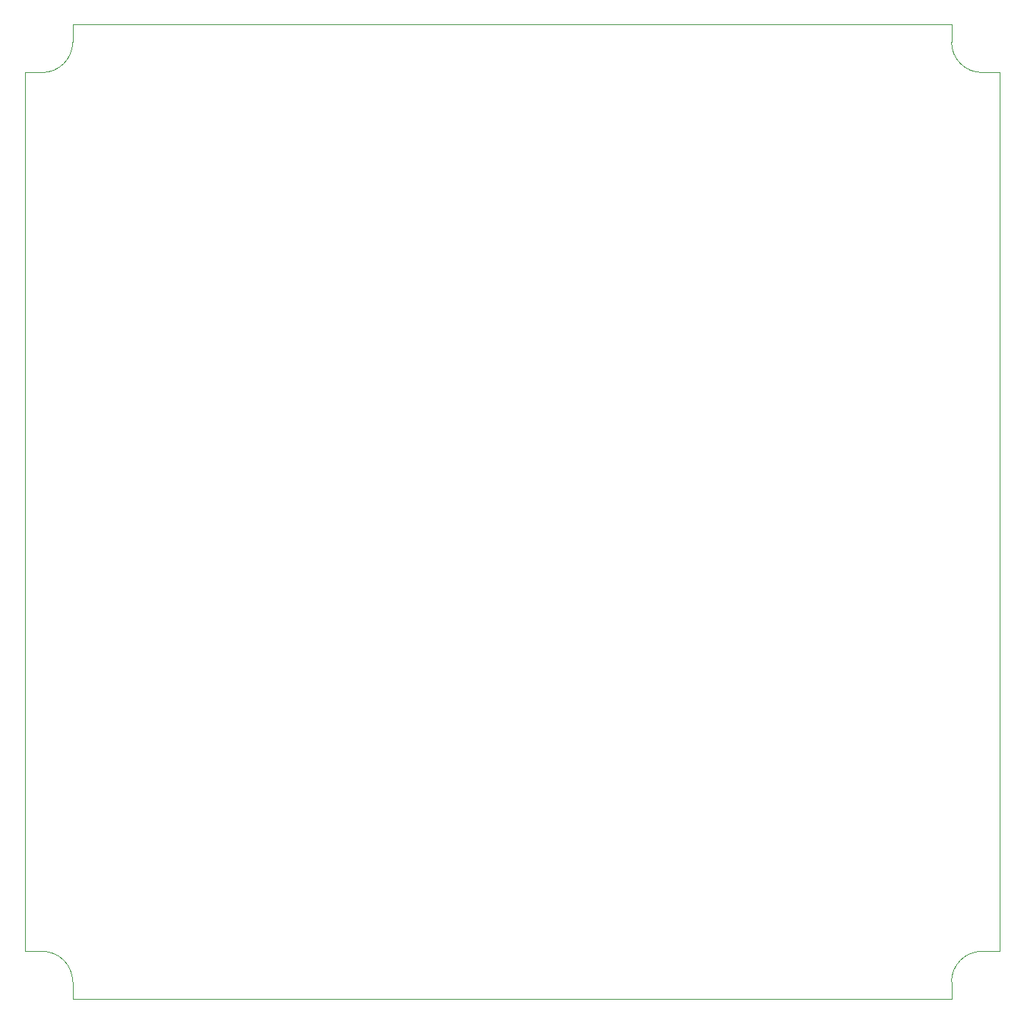
<source format=gbr>
%TF.GenerationSoftware,KiCad,Pcbnew,7.0.2-0*%
%TF.CreationDate,2023-06-06T22:37:24+02:00*%
%TF.ProjectId,scan2000_breakout,7363616e-3230-4303-905f-627265616b6f,rev?*%
%TF.SameCoordinates,Original*%
%TF.FileFunction,Profile,NP*%
%FSLAX46Y46*%
G04 Gerber Fmt 4.6, Leading zero omitted, Abs format (unit mm)*
G04 Created by KiCad (PCBNEW 7.0.2-0) date 2023-06-06 22:37:24*
%MOMM*%
%LPD*%
G01*
G04 APERTURE LIST*
%TA.AperFunction,Profile*%
%ADD10C,0.100000*%
%TD*%
G04 APERTURE END LIST*
D10*
X45000000Y-142500000D02*
X45000000Y-140500000D01*
X146000000Y-30500000D02*
X45000000Y-30500000D01*
X39500000Y-36000000D02*
X41500000Y-36000000D01*
X41500000Y-36000000D02*
G75*
G03*
X45000000Y-32500000I0J3500000D01*
G01*
X151500000Y-36000000D02*
X149500000Y-36000000D01*
X151500000Y-137000000D02*
X151500000Y-36000000D01*
X151500000Y-137000000D02*
X149500000Y-137000000D01*
X149500000Y-137000000D02*
G75*
G03*
X146000000Y-140500000I0J-3500000D01*
G01*
X146000000Y-30500000D02*
X146000000Y-32500000D01*
X45000000Y-140500000D02*
G75*
G03*
X41500000Y-137000000I-3500000J0D01*
G01*
X39500000Y-36000000D02*
X39500000Y-137000000D01*
X146000000Y-32500000D02*
G75*
G03*
X149500000Y-36000000I3500000J0D01*
G01*
X39500000Y-137000000D02*
X41500000Y-137000000D01*
X146000000Y-142500000D02*
X146000000Y-140500000D01*
X45000000Y-30500000D02*
X45000000Y-32500000D01*
X45000000Y-142500000D02*
X146000000Y-142500000D01*
M02*

</source>
